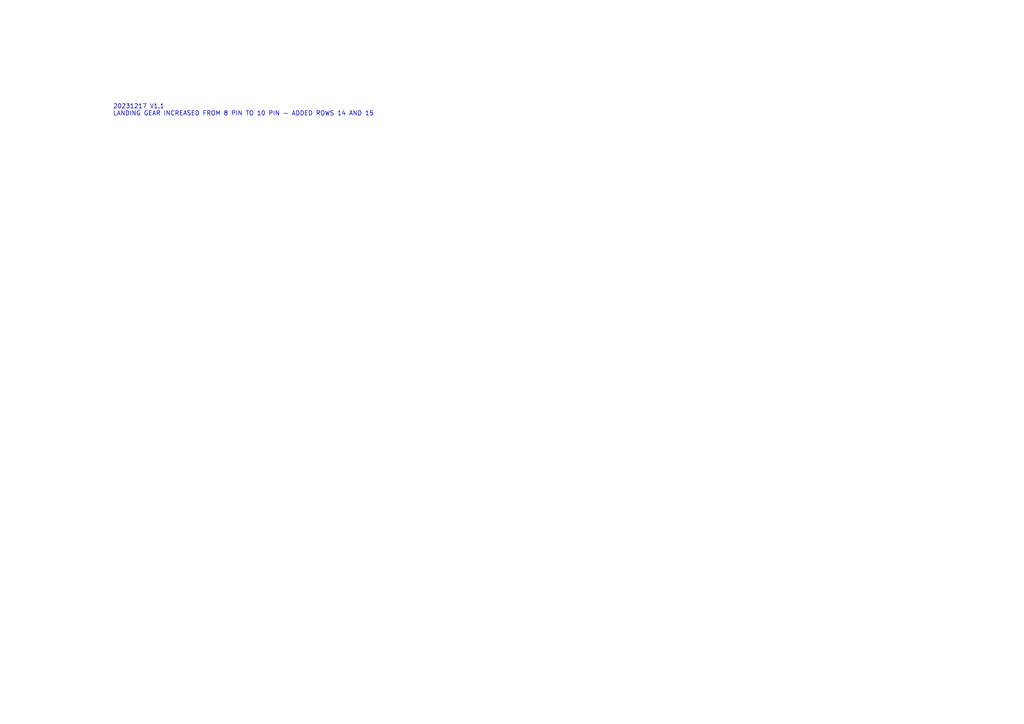
<source format=kicad_sch>
(kicad_sch
	(version 20231120)
	(generator "eeschema")
	(generator_version "8.0")
	(uuid "c16dbc14-fdb6-483f-b616-f4642a796754")
	(paper "A4")
	(lib_symbols)
	(text "20231217 V1.1\nLANDING GEAR INCREASED FROM 8 PIN TO 10 PIN - ADDED ROWS 14 AND 15"
		(exclude_from_sim no)
		(at 32.766 33.782 0)
		(effects
			(font
				(size 1.27 1.27)
			)
			(justify left bottom)
		)
		(uuid "707e60bd-eb93-4f0c-a01d-b748e9bddd84")
	)
)

</source>
